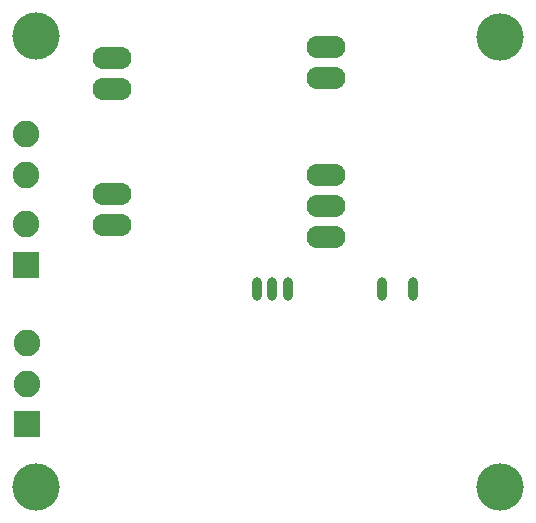
<source format=gtl>
G04 Layer_Physical_Order=1*
G04 Layer_Color=255*
%FSLAX24Y24*%
%MOIN*%
G70*
G01*
G75*
%ADD10O,0.0335X0.0787*%
%ADD11O,0.1300X0.0750*%
%ADD12R,0.0886X0.0886*%
%ADD13C,0.0886*%
%ADD14C,0.1575*%
D10*
X18819Y18051D02*
D03*
X19329D02*
D03*
X19839D02*
D03*
X22989D02*
D03*
X24009D02*
D03*
D11*
X14000Y20190D02*
D03*
Y21220D02*
D03*
X14000Y24720D02*
D03*
Y25750D02*
D03*
X21119Y19801D02*
D03*
Y20831D02*
D03*
Y21861D02*
D03*
Y25111D02*
D03*
Y26141D02*
D03*
D12*
X11142Y13550D02*
D03*
X11122Y18866D02*
D03*
D13*
X11142Y14910D02*
D03*
Y16270D02*
D03*
X11122Y20226D02*
D03*
Y21866D02*
D03*
Y23226D02*
D03*
D14*
X11467Y11467D02*
D03*
X26919D02*
D03*
Y26476D02*
D03*
X11467Y26486D02*
D03*
M02*

</source>
